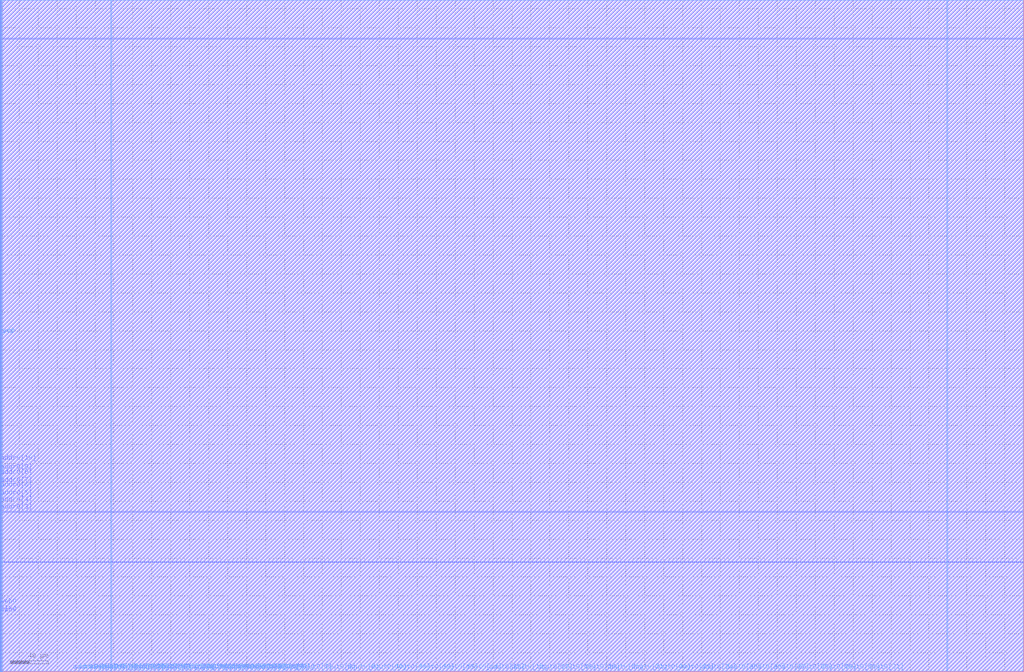
<source format=lef>
VERSION 5.4 ;
NAMESCASESENSITIVE ON ;
BUSBITCHARS "[]" ;
DIVIDERCHAR "/" ;
UNITS
  DATABASE MICRONS 2000 ;
END UNITS
MACRO sky130_sram_8kbyte_1rw1r_32x2048_8
   CLASS BLOCK ;
   SIZE 1080.22 BY 709.62 ;
   SYMMETRY X Y R90 ;
   PIN din0[0]
      DIRECTION INPUT ;
      PORT
         LAYER met4 ;
         RECT  116.96 0.0 117.34 0.38 ;
      END
   END din0[0]
   PIN din0[1]
      DIRECTION INPUT ;
      PORT
         LAYER met4 ;
         RECT  123.76 0.0 124.14 0.38 ;
      END
   END din0[1]
   PIN din0[2]
      DIRECTION INPUT ;
      PORT
         LAYER met4 ;
         RECT  129.2 0.0 129.58 0.38 ;
      END
   END din0[2]
   PIN din0[3]
      DIRECTION INPUT ;
      PORT
         LAYER met4 ;
         RECT  135.32 0.0 135.7 0.38 ;
      END
   END din0[3]
   PIN din0[4]
      DIRECTION INPUT ;
      PORT
         LAYER met4 ;
         RECT  140.08 0.0 140.46 0.38 ;
      END
   END din0[4]
   PIN din0[5]
      DIRECTION INPUT ;
      PORT
         LAYER met4 ;
         RECT  146.88 0.0 147.26 0.38 ;
      END
   END din0[5]
   PIN din0[6]
      DIRECTION INPUT ;
      PORT
         LAYER met4 ;
         RECT  152.32 0.0 152.7 0.38 ;
      END
   END din0[6]
   PIN din0[7]
      DIRECTION INPUT ;
      PORT
         LAYER met4 ;
         RECT  157.76 0.0 158.14 0.38 ;
      END
   END din0[7]
   PIN din0[8]
      DIRECTION INPUT ;
      PORT
         LAYER met4 ;
         RECT  163.88 0.0 164.26 0.38 ;
      END
   END din0[8]
   PIN din0[9]
      DIRECTION INPUT ;
      PORT
         LAYER met4 ;
         RECT  169.32 0.0 169.7 0.38 ;
      END
   END din0[9]
   PIN din0[10]
      DIRECTION INPUT ;
      PORT
         LAYER met4 ;
         RECT  176.12 0.0 176.5 0.38 ;
      END
   END din0[10]
   PIN din0[11]
      DIRECTION INPUT ;
      PORT
         LAYER met4 ;
         RECT  181.56 0.0 181.94 0.38 ;
      END
   END din0[11]
   PIN din0[12]
      DIRECTION INPUT ;
      PORT
         LAYER met4 ;
         RECT  187.0 0.0 187.38 0.38 ;
      END
   END din0[12]
   PIN din0[13]
      DIRECTION INPUT ;
      PORT
         LAYER met4 ;
         RECT  193.12 0.0 193.5 0.38 ;
      END
   END din0[13]
   PIN din0[14]
      DIRECTION INPUT ;
      PORT
         LAYER met4 ;
         RECT  198.56 0.0 198.94 0.38 ;
      END
   END din0[14]
   PIN din0[15]
      DIRECTION INPUT ;
      PORT
         LAYER met4 ;
         RECT  205.36 0.0 205.74 0.38 ;
      END
   END din0[15]
   PIN din0[16]
      DIRECTION INPUT ;
      PORT
         LAYER met4 ;
         RECT  210.8 0.0 211.18 0.38 ;
      END
   END din0[16]
   PIN din0[17]
      DIRECTION INPUT ;
      PORT
         LAYER met4 ;
         RECT  216.92 0.0 217.3 0.38 ;
      END
   END din0[17]
   PIN din0[18]
      DIRECTION INPUT ;
      PORT
         LAYER met4 ;
         RECT  223.04 0.0 223.42 0.38 ;
      END
   END din0[18]
   PIN din0[19]
      DIRECTION INPUT ;
      PORT
         LAYER met4 ;
         RECT  228.48 0.0 228.86 0.38 ;
      END
   END din0[19]
   PIN din0[20]
      DIRECTION INPUT ;
      PORT
         LAYER met4 ;
         RECT  233.92 0.0 234.3 0.38 ;
      END
   END din0[20]
   PIN din0[21]
      DIRECTION INPUT ;
      PORT
         LAYER met4 ;
         RECT  239.36 0.0 239.74 0.38 ;
      END
   END din0[21]
   PIN din0[22]
      DIRECTION INPUT ;
      PORT
         LAYER met4 ;
         RECT  245.48 0.0 245.86 0.38 ;
      END
   END din0[22]
   PIN din0[23]
      DIRECTION INPUT ;
      PORT
         LAYER met4 ;
         RECT  251.6 0.0 251.98 0.38 ;
      END
   END din0[23]
   PIN din0[24]
      DIRECTION INPUT ;
      PORT
         LAYER met4 ;
         RECT  257.72 0.0 258.1 0.38 ;
      END
   END din0[24]
   PIN din0[25]
      DIRECTION INPUT ;
      PORT
         LAYER met4 ;
         RECT  263.16 0.0 263.54 0.38 ;
      END
   END din0[25]
   PIN din0[26]
      DIRECTION INPUT ;
      PORT
         LAYER met4 ;
         RECT  268.6 0.0 268.98 0.38 ;
      END
   END din0[26]
   PIN din0[27]
      DIRECTION INPUT ;
      PORT
         LAYER met4 ;
         RECT  274.72 0.0 275.1 0.38 ;
      END
   END din0[27]
   PIN din0[28]
      DIRECTION INPUT ;
      PORT
         LAYER met4 ;
         RECT  280.84 0.0 281.22 0.38 ;
      END
   END din0[28]
   PIN din0[29]
      DIRECTION INPUT ;
      PORT
         LAYER met4 ;
         RECT  286.96 0.0 287.34 0.38 ;
      END
   END din0[29]
   PIN din0[30]
      DIRECTION INPUT ;
      PORT
         LAYER met4 ;
         RECT  293.08 0.0 293.46 0.38 ;
      END
   END din0[30]
   PIN din0[31]
      DIRECTION INPUT ;
      PORT
         LAYER met4 ;
         RECT  297.84 0.0 298.22 0.38 ;
      END
   END din0[31]
   PIN addr0[0]
      DIRECTION INPUT ;
      PORT
         LAYER met4 ;
         RECT  76.16 0.0 76.54 0.38 ;
      END
   END addr0[0]
   PIN addr0[1]
      DIRECTION INPUT ;
      PORT
         LAYER met4 ;
         RECT  82.28 0.0 82.66 0.38 ;
      END
   END addr0[1]
   PIN addr0[2]
      DIRECTION INPUT ;
      PORT
         LAYER met4 ;
         RECT  87.72 0.0 88.1 0.38 ;
      END
   END addr0[2]
   PIN addr0[3]
      DIRECTION INPUT ;
      PORT
         LAYER met3 ;
         RECT  0.0 168.64 0.38 169.02 ;
      END
   END addr0[3]
   PIN addr0[4]
      DIRECTION INPUT ;
      PORT
         LAYER met3 ;
         RECT  0.0 176.8 0.38 177.18 ;
      END
   END addr0[4]
   PIN addr0[5]
      DIRECTION INPUT ;
      PORT
         LAYER met3 ;
         RECT  0.0 183.6 0.38 183.98 ;
      END
   END addr0[5]
   PIN addr0[6]
      DIRECTION INPUT ;
      PORT
         LAYER met3 ;
         RECT  0.0 191.76 0.38 192.14 ;
      END
   END addr0[6]
   PIN addr0[7]
      DIRECTION INPUT ;
      PORT
         LAYER met3 ;
         RECT  0.0 197.2 0.38 197.58 ;
      END
   END addr0[7]
   PIN addr0[8]
      DIRECTION INPUT ;
      PORT
         LAYER met3 ;
         RECT  0.0 205.36 0.38 205.74 ;
      END
   END addr0[8]
   PIN addr0[9]
      DIRECTION INPUT ;
      PORT
         LAYER met3 ;
         RECT  0.0 210.8 0.38 211.18 ;
      END
   END addr0[9]
   PIN addr0[10]
      DIRECTION INPUT ;
      PORT
         LAYER met3 ;
         RECT  0.0 220.32 0.38 220.7 ;
      END
   END addr0[10]
   PIN addr1[0]
      DIRECTION INPUT ;
      PORT
         LAYER met4 ;
         RECT  998.92 709.24 999.3 709.62 ;
      END
   END addr1[0]
   PIN addr1[1]
      DIRECTION INPUT ;
      PORT
         LAYER met4 ;
         RECT  993.48 709.24 993.86 709.62 ;
      END
   END addr1[1]
   PIN addr1[2]
      DIRECTION INPUT ;
      PORT
         LAYER met4 ;
         RECT  986.68 709.24 987.06 709.62 ;
      END
   END addr1[2]
   PIN addr1[3]
      DIRECTION INPUT ;
      PORT
         LAYER met3 ;
         RECT  1079.84 115.6 1080.22 115.98 ;
      END
   END addr1[3]
   PIN addr1[4]
      DIRECTION INPUT ;
      PORT
         LAYER met3 ;
         RECT  1079.84 107.44 1080.22 107.82 ;
      END
   END addr1[4]
   PIN addr1[5]
      DIRECTION INPUT ;
      PORT
         LAYER met3 ;
         RECT  1079.84 102.0 1080.22 102.38 ;
      END
   END addr1[5]
   PIN addr1[6]
      DIRECTION INPUT ;
      PORT
         LAYER met3 ;
         RECT  1079.84 92.48 1080.22 92.86 ;
      END
   END addr1[6]
   PIN addr1[7]
      DIRECTION INPUT ;
      PORT
         LAYER met3 ;
         RECT  1079.84 87.04 1080.22 87.42 ;
      END
   END addr1[7]
   PIN addr1[8]
      DIRECTION INPUT ;
      PORT
         LAYER met3 ;
         RECT  1079.84 78.88 1080.22 79.26 ;
      END
   END addr1[8]
   PIN addr1[9]
      DIRECTION INPUT ;
      PORT
         LAYER met3 ;
         RECT  1079.84 72.76 1080.22 73.14 ;
      END
   END addr1[9]
   PIN addr1[10]
      DIRECTION INPUT ;
      PORT
         LAYER met3 ;
         RECT  1079.84 64.6 1080.22 64.98 ;
      END
   END addr1[10]
   PIN csb0
      DIRECTION INPUT ;
      PORT
         LAYER met3 ;
         RECT  0.0 59.84 0.38 60.22 ;
      END
   END csb0
   PIN csb1
      DIRECTION INPUT ;
      PORT
         LAYER met3 ;
         RECT  1079.84 668.44 1080.22 668.82 ;
      END
   END csb1
   PIN web0
      DIRECTION INPUT ;
      PORT
         LAYER met3 ;
         RECT  0.0 68.68 0.38 69.06 ;
      END
   END web0
   PIN clk0
      DIRECTION INPUT ;
      PORT
         LAYER met3 ;
         RECT  0.0 61.2 0.38 61.58 ;
      END
   END clk0
   PIN clk1
      DIRECTION INPUT ;
      PORT
         LAYER met3 ;
         RECT  1079.84 667.08 1080.22 667.46 ;
      END
   END clk1
   PIN wmask0[0]
      DIRECTION INPUT ;
      PORT
         LAYER met4 ;
         RECT  93.84 0.0 94.22 0.38 ;
      END
   END wmask0[0]
   PIN wmask0[1]
      DIRECTION INPUT ;
      PORT
         LAYER met4 ;
         RECT  99.28 0.0 99.66 0.38 ;
      END
   END wmask0[1]
   PIN wmask0[2]
      DIRECTION INPUT ;
      PORT
         LAYER met4 ;
         RECT  105.4 0.0 105.78 0.38 ;
      END
   END wmask0[2]
   PIN wmask0[3]
      DIRECTION INPUT ;
      PORT
         LAYER met4 ;
         RECT  111.52 0.0 111.9 0.38 ;
      END
   END wmask0[3]
   PIN dout0[0]
      DIRECTION OUTPUT ;
      PORT
         LAYER met4 ;
         RECT  138.72 0.0 139.1 0.38 ;
      END
   END dout0[0]
   PIN dout0[1]
      DIRECTION OUTPUT ;
      PORT
         LAYER met4 ;
         RECT  166.6 0.0 166.98 0.38 ;
      END
   END dout0[1]
   PIN dout0[2]
      DIRECTION OUTPUT ;
      PORT
         LAYER met4 ;
         RECT  191.08 0.0 191.46 0.38 ;
      END
   END dout0[2]
   PIN dout0[3]
      DIRECTION OUTPUT ;
      PORT
         LAYER met4 ;
         RECT  214.88 0.0 215.26 0.38 ;
      END
   END dout0[3]
   PIN dout0[4]
      DIRECTION OUTPUT ;
      PORT
         LAYER met4 ;
         RECT  241.4 0.0 241.78 0.38 ;
      END
   END dout0[4]
   PIN dout0[5]
      DIRECTION OUTPUT ;
      PORT
         LAYER met4 ;
         RECT  266.56 0.0 266.94 0.38 ;
      END
   END dout0[5]
   PIN dout0[6]
      DIRECTION OUTPUT ;
      PORT
         LAYER met4 ;
         RECT  290.36 0.0 290.74 0.38 ;
      END
   END dout0[6]
   PIN dout0[7]
      DIRECTION OUTPUT ;
      PORT
         LAYER met4 ;
         RECT  316.2 0.0 316.58 0.38 ;
      END
   END dout0[7]
   PIN dout0[8]
      DIRECTION OUTPUT ;
      PORT
         LAYER met4 ;
         RECT  341.36 0.0 341.74 0.38 ;
      END
   END dout0[8]
   PIN dout0[9]
      DIRECTION OUTPUT ;
      PORT
         LAYER met4 ;
         RECT  365.84 0.0 366.22 0.38 ;
      END
   END dout0[9]
   PIN dout0[10]
      DIRECTION OUTPUT ;
      PORT
         LAYER met4 ;
         RECT  391.0 0.0 391.38 0.38 ;
      END
   END dout0[10]
   PIN dout0[11]
      DIRECTION OUTPUT ;
      PORT
         LAYER met4 ;
         RECT  415.48 0.0 415.86 0.38 ;
      END
   END dout0[11]
   PIN dout0[12]
      DIRECTION OUTPUT ;
      PORT
         LAYER met4 ;
         RECT  440.64 0.0 441.02 0.38 ;
      END
   END dout0[12]
   PIN dout0[13]
      DIRECTION OUTPUT ;
      PORT
         LAYER met4 ;
         RECT  465.8 0.0 466.18 0.38 ;
      END
   END dout0[13]
   PIN dout0[14]
      DIRECTION OUTPUT ;
      PORT
         LAYER met4 ;
         RECT  490.96 0.0 491.34 0.38 ;
      END
   END dout0[14]
   PIN dout0[15]
      DIRECTION OUTPUT ;
      PORT
         LAYER met4 ;
         RECT  515.44 0.0 515.82 0.38 ;
      END
   END dout0[15]
   PIN dout0[16]
      DIRECTION OUTPUT ;
      PORT
         LAYER met4 ;
         RECT  539.24 0.0 539.62 0.38 ;
      END
   END dout0[16]
   PIN dout0[17]
      DIRECTION OUTPUT ;
      PORT
         LAYER met4 ;
         RECT  565.76 0.0 566.14 0.38 ;
      END
   END dout0[17]
   PIN dout0[18]
      DIRECTION OUTPUT ;
      PORT
         LAYER met4 ;
         RECT  590.24 0.0 590.62 0.38 ;
      END
   END dout0[18]
   PIN dout0[19]
      DIRECTION OUTPUT ;
      PORT
         LAYER met4 ;
         RECT  615.4 0.0 615.78 0.38 ;
      END
   END dout0[19]
   PIN dout0[20]
      DIRECTION OUTPUT ;
      PORT
         LAYER met4 ;
         RECT  640.56 0.0 640.94 0.38 ;
      END
   END dout0[20]
   PIN dout0[21]
      DIRECTION OUTPUT ;
      PORT
         LAYER met4 ;
         RECT  665.72 0.0 666.1 0.38 ;
      END
   END dout0[21]
   PIN dout0[22]
      DIRECTION OUTPUT ;
      PORT
         LAYER met4 ;
         RECT  690.2 0.0 690.58 0.38 ;
      END
   END dout0[22]
   PIN dout0[23]
      DIRECTION OUTPUT ;
      PORT
         LAYER met4 ;
         RECT  715.36 0.0 715.74 0.38 ;
      END
   END dout0[23]
   PIN dout0[24]
      DIRECTION OUTPUT ;
      PORT
         LAYER met4 ;
         RECT  739.16 0.0 739.54 0.38 ;
      END
   END dout0[24]
   PIN dout0[25]
      DIRECTION OUTPUT ;
      PORT
         LAYER met4 ;
         RECT  765.0 0.0 765.38 0.38 ;
      END
   END dout0[25]
   PIN dout0[26]
      DIRECTION OUTPUT ;
      PORT
         LAYER met4 ;
         RECT  790.16 0.0 790.54 0.38 ;
      END
   END dout0[26]
   PIN dout0[27]
      DIRECTION OUTPUT ;
      PORT
         LAYER met4 ;
         RECT  815.32 0.0 815.7 0.38 ;
      END
   END dout0[27]
   PIN dout0[28]
      DIRECTION OUTPUT ;
      PORT
         LAYER met4 ;
         RECT  839.8 0.0 840.18 0.38 ;
      END
   END dout0[28]
   PIN dout0[29]
      DIRECTION OUTPUT ;
      PORT
         LAYER met4 ;
         RECT  864.96 0.0 865.34 0.38 ;
      END
   END dout0[29]
   PIN dout0[30]
      DIRECTION OUTPUT ;
      PORT
         LAYER met4 ;
         RECT  890.12 0.0 890.5 0.38 ;
      END
   END dout0[30]
   PIN dout0[31]
      DIRECTION OUTPUT ;
      PORT
         LAYER met4 ;
         RECT  915.28 0.0 915.66 0.38 ;
      END
   END dout0[31]
   PIN dout1[0]
      DIRECTION OUTPUT ;
      PORT
         LAYER met4 ;
         RECT  141.44 709.24 141.82 709.62 ;
      END
   END dout1[0]
   PIN dout1[1]
      DIRECTION OUTPUT ;
      PORT
         LAYER met4 ;
         RECT  165.92 709.24 166.3 709.62 ;
      END
   END dout1[1]
   PIN dout1[2]
      DIRECTION OUTPUT ;
      PORT
         LAYER met4 ;
         RECT  191.08 709.24 191.46 709.62 ;
      END
   END dout1[2]
   PIN dout1[3]
      DIRECTION OUTPUT ;
      PORT
         LAYER met4 ;
         RECT  216.24 709.24 216.62 709.62 ;
      END
   END dout1[3]
   PIN dout1[4]
      DIRECTION OUTPUT ;
      PORT
         LAYER met4 ;
         RECT  241.4 709.24 241.78 709.62 ;
      END
   END dout1[4]
   PIN dout1[5]
      DIRECTION OUTPUT ;
      PORT
         LAYER met4 ;
         RECT  266.56 709.24 266.94 709.62 ;
      END
   END dout1[5]
   PIN dout1[6]
      DIRECTION OUTPUT ;
      PORT
         LAYER met4 ;
         RECT  291.04 709.24 291.42 709.62 ;
      END
   END dout1[6]
   PIN dout1[7]
      DIRECTION OUTPUT ;
      PORT
         LAYER met4 ;
         RECT  316.2 709.24 316.58 709.62 ;
      END
   END dout1[7]
   PIN dout1[8]
      DIRECTION OUTPUT ;
      PORT
         LAYER met4 ;
         RECT  341.36 709.24 341.74 709.62 ;
      END
   END dout1[8]
   PIN dout1[9]
      DIRECTION OUTPUT ;
      PORT
         LAYER met4 ;
         RECT  366.52 709.24 366.9 709.62 ;
      END
   END dout1[9]
   PIN dout1[10]
      DIRECTION OUTPUT ;
      PORT
         LAYER met4 ;
         RECT  391.68 709.24 392.06 709.62 ;
      END
   END dout1[10]
   PIN dout1[11]
      DIRECTION OUTPUT ;
      PORT
         LAYER met4 ;
         RECT  415.48 709.24 415.86 709.62 ;
      END
   END dout1[11]
   PIN dout1[12]
      DIRECTION OUTPUT ;
      PORT
         LAYER met4 ;
         RECT  440.64 709.24 441.02 709.62 ;
      END
   END dout1[12]
   PIN dout1[13]
      DIRECTION OUTPUT ;
      PORT
         LAYER met4 ;
         RECT  466.48 709.24 466.86 709.62 ;
      END
   END dout1[13]
   PIN dout1[14]
      DIRECTION OUTPUT ;
      PORT
         LAYER met4 ;
         RECT  490.96 709.24 491.34 709.62 ;
      END
   END dout1[14]
   PIN dout1[15]
      DIRECTION OUTPUT ;
      PORT
         LAYER met4 ;
         RECT  515.44 709.24 515.82 709.62 ;
      END
   END dout1[15]
   PIN dout1[16]
      DIRECTION OUTPUT ;
      PORT
         LAYER met4 ;
         RECT  540.6 709.24 540.98 709.62 ;
      END
   END dout1[16]
   PIN dout1[17]
      DIRECTION OUTPUT ;
      PORT
         LAYER met4 ;
         RECT  565.76 709.24 566.14 709.62 ;
      END
   END dout1[17]
   PIN dout1[18]
      DIRECTION OUTPUT ;
      PORT
         LAYER met4 ;
         RECT  590.24 709.24 590.62 709.62 ;
      END
   END dout1[18]
   PIN dout1[19]
      DIRECTION OUTPUT ;
      PORT
         LAYER met4 ;
         RECT  615.4 709.24 615.78 709.62 ;
      END
   END dout1[19]
   PIN dout1[20]
      DIRECTION OUTPUT ;
      PORT
         LAYER met4 ;
         RECT  640.56 709.24 640.94 709.62 ;
      END
   END dout1[20]
   PIN dout1[21]
      DIRECTION OUTPUT ;
      PORT
         LAYER met4 ;
         RECT  665.72 709.24 666.1 709.62 ;
      END
   END dout1[21]
   PIN dout1[22]
      DIRECTION OUTPUT ;
      PORT
         LAYER met4 ;
         RECT  690.88 709.24 691.26 709.62 ;
      END
   END dout1[22]
   PIN dout1[23]
      DIRECTION OUTPUT ;
      PORT
         LAYER met4 ;
         RECT  715.36 709.24 715.74 709.62 ;
      END
   END dout1[23]
   PIN dout1[24]
      DIRECTION OUTPUT ;
      PORT
         LAYER met4 ;
         RECT  740.52 709.24 740.9 709.62 ;
      END
   END dout1[24]
   PIN dout1[25]
      DIRECTION OUTPUT ;
      PORT
         LAYER met4 ;
         RECT  765.68 709.24 766.06 709.62 ;
      END
   END dout1[25]
   PIN dout1[26]
      DIRECTION OUTPUT ;
      PORT
         LAYER met4 ;
         RECT  790.84 709.24 791.22 709.62 ;
      END
   END dout1[26]
   PIN dout1[27]
      DIRECTION OUTPUT ;
      PORT
         LAYER met4 ;
         RECT  816.0 709.24 816.38 709.62 ;
      END
   END dout1[27]
   PIN dout1[28]
      DIRECTION OUTPUT ;
      PORT
         LAYER met4 ;
         RECT  839.8 709.24 840.18 709.62 ;
      END
   END dout1[28]
   PIN dout1[29]
      DIRECTION OUTPUT ;
      PORT
         LAYER met4 ;
         RECT  864.96 709.24 865.34 709.62 ;
      END
   END dout1[29]
   PIN dout1[30]
      DIRECTION OUTPUT ;
      PORT
         LAYER met4 ;
         RECT  890.8 709.24 891.18 709.62 ;
      END
   END dout1[30]
   PIN dout1[31]
      DIRECTION OUTPUT ;
      PORT
         LAYER met4 ;
         RECT  915.28 709.24 915.66 709.62 ;
      END
   END dout1[31]
   PIN vdd
      DIRECTION INOUT ;
      USE POWER ; 
      SHAPE ABUTMENT ; 
      PORT
         LAYER met4 ;
         RECT  1.36 0.0 2.42 708.94 ;
      END
   END vdd
   PIN gnd
      DIRECTION INOUT ;
      USE GROUND ; 
      SHAPE ABUTMENT ; 
      PORT
         LAYER met4 ;
         RECT  0.0 0.0 1.06 708.94 ;
      END
   END gnd
   OBS
   LAYER  met1 ;
      RECT  0.62 0.62 1079.6 709.0 ;
   LAYER  met2 ;
      RECT  0.62 0.62 1079.6 709.0 ;
   LAYER  met3 ;
      RECT  0.68 168.34 1079.6 169.32 ;
      RECT  0.62 169.32 0.68 176.5 ;
      RECT  0.62 177.48 0.68 183.3 ;
      RECT  0.62 184.28 0.68 191.46 ;
      RECT  0.62 192.44 0.68 196.9 ;
      RECT  0.62 197.88 0.68 205.06 ;
      RECT  0.62 206.04 0.68 210.5 ;
      RECT  0.62 211.48 0.68 220.02 ;
      RECT  0.62 221.0 0.68 709.0 ;
      RECT  0.68 0.62 1079.54 115.3 ;
      RECT  0.68 115.3 1079.54 116.28 ;
      RECT  0.68 116.28 1079.54 168.34 ;
      RECT  1079.54 116.28 1079.6 168.34 ;
      RECT  1079.54 108.12 1079.6 115.3 ;
      RECT  1079.54 102.68 1079.6 107.14 ;
      RECT  1079.54 93.16 1079.6 101.7 ;
      RECT  1079.54 87.72 1079.6 92.18 ;
      RECT  1079.54 79.56 1079.6 86.74 ;
      RECT  1079.54 73.44 1079.6 78.58 ;
      RECT  1079.54 0.62 1079.6 64.3 ;
      RECT  1079.54 65.28 1079.6 72.46 ;
      RECT  0.62 0.62 0.68 59.54 ;
      RECT  0.68 169.32 1079.54 668.14 ;
      RECT  0.68 668.14 1079.54 669.12 ;
      RECT  0.68 669.12 1079.54 709.0 ;
      RECT  1079.54 669.12 1079.6 709.0 ;
      RECT  0.62 69.36 0.68 168.34 ;
      RECT  0.62 60.52 0.68 60.9 ;
      RECT  0.62 61.88 0.68 68.38 ;
      RECT  1079.54 169.32 1079.6 666.78 ;
      RECT  1079.54 667.76 1079.6 668.14 ;
   LAYER  met4 ;
      RECT  116.66 0.68 117.64 709.0 ;
      RECT  117.64 0.62 123.46 0.68 ;
      RECT  124.44 0.62 128.9 0.68 ;
      RECT  129.88 0.62 135.02 0.68 ;
      RECT  140.76 0.62 146.58 0.68 ;
      RECT  147.56 0.62 152.02 0.68 ;
      RECT  153.0 0.62 157.46 0.68 ;
      RECT  158.44 0.62 163.58 0.68 ;
      RECT  170.0 0.62 175.82 0.68 ;
      RECT  176.8 0.62 181.26 0.68 ;
      RECT  182.24 0.62 186.7 0.68 ;
      RECT  193.8 0.62 198.26 0.68 ;
      RECT  199.24 0.62 205.06 0.68 ;
      RECT  206.04 0.62 210.5 0.68 ;
      RECT  217.6 0.62 222.74 0.68 ;
      RECT  223.72 0.62 228.18 0.68 ;
      RECT  229.16 0.62 233.62 0.68 ;
      RECT  234.6 0.62 239.06 0.68 ;
      RECT  246.16 0.62 251.3 0.68 ;
      RECT  252.28 0.62 257.42 0.68 ;
      RECT  258.4 0.62 262.86 0.68 ;
      RECT  269.28 0.62 274.42 0.68 ;
      RECT  275.4 0.62 280.54 0.68 ;
      RECT  281.52 0.62 286.66 0.68 ;
      RECT  293.76 0.62 297.54 0.68 ;
      RECT  76.84 0.62 81.98 0.68 ;
      RECT  82.96 0.62 87.42 0.68 ;
      RECT  117.64 0.68 998.62 708.94 ;
      RECT  998.62 0.68 999.6 708.94 ;
      RECT  999.6 0.68 1079.6 708.94 ;
      RECT  999.6 708.94 1079.6 709.0 ;
      RECT  994.16 708.94 998.62 709.0 ;
      RECT  987.36 708.94 993.18 709.0 ;
      RECT  88.4 0.62 93.54 0.68 ;
      RECT  94.52 0.62 98.98 0.68 ;
      RECT  99.96 0.62 105.1 0.68 ;
      RECT  106.08 0.62 111.22 0.68 ;
      RECT  112.2 0.62 116.66 0.68 ;
      RECT  136.0 0.62 138.42 0.68 ;
      RECT  139.4 0.62 139.78 0.68 ;
      RECT  164.56 0.62 166.3 0.68 ;
      RECT  167.28 0.62 169.02 0.68 ;
      RECT  187.68 0.62 190.78 0.68 ;
      RECT  191.76 0.62 192.82 0.68 ;
      RECT  211.48 0.62 214.58 0.68 ;
      RECT  215.56 0.62 216.62 0.68 ;
      RECT  240.04 0.62 241.1 0.68 ;
      RECT  242.08 0.62 245.18 0.68 ;
      RECT  263.84 0.62 266.26 0.68 ;
      RECT  267.24 0.62 268.3 0.68 ;
      RECT  287.64 0.62 290.06 0.68 ;
      RECT  291.04 0.62 292.78 0.68 ;
      RECT  298.52 0.62 315.9 0.68 ;
      RECT  316.88 0.62 341.06 0.68 ;
      RECT  342.04 0.62 365.54 0.68 ;
      RECT  366.52 0.62 390.7 0.68 ;
      RECT  391.68 0.62 415.18 0.68 ;
      RECT  416.16 0.62 440.34 0.68 ;
      RECT  441.32 0.62 465.5 0.68 ;
      RECT  466.48 0.62 490.66 0.68 ;
      RECT  491.64 0.62 515.14 0.68 ;
      RECT  516.12 0.62 538.94 0.68 ;
      RECT  539.92 0.62 565.46 0.68 ;
      RECT  566.44 0.62 589.94 0.68 ;
      RECT  590.92 0.62 615.1 0.68 ;
      RECT  616.08 0.62 640.26 0.68 ;
      RECT  641.24 0.62 665.42 0.68 ;
      RECT  666.4 0.62 689.9 0.68 ;
      RECT  690.88 0.62 715.06 0.68 ;
      RECT  716.04 0.62 738.86 0.68 ;
      RECT  739.84 0.62 764.7 0.68 ;
      RECT  765.68 0.62 789.86 0.68 ;
      RECT  790.84 0.62 815.02 0.68 ;
      RECT  816.0 0.62 839.5 0.68 ;
      RECT  840.48 0.62 864.66 0.68 ;
      RECT  865.64 0.62 889.82 0.68 ;
      RECT  890.8 0.62 914.98 0.68 ;
      RECT  915.96 0.62 1079.6 0.68 ;
      RECT  117.64 708.94 141.14 709.0 ;
      RECT  142.12 708.94 165.62 709.0 ;
      RECT  166.6 708.94 190.78 709.0 ;
      RECT  191.76 708.94 215.94 709.0 ;
      RECT  216.92 708.94 241.1 709.0 ;
      RECT  242.08 708.94 266.26 709.0 ;
      RECT  267.24 708.94 290.74 709.0 ;
      RECT  291.72 708.94 315.9 709.0 ;
      RECT  316.88 708.94 341.06 709.0 ;
      RECT  342.04 708.94 366.22 709.0 ;
      RECT  367.2 708.94 391.38 709.0 ;
      RECT  392.36 708.94 415.18 709.0 ;
      RECT  416.16 708.94 440.34 709.0 ;
      RECT  441.32 708.94 466.18 709.0 ;
      RECT  467.16 708.94 490.66 709.0 ;
      RECT  491.64 708.94 515.14 709.0 ;
      RECT  516.12 708.94 540.3 709.0 ;
      RECT  541.28 708.94 565.46 709.0 ;
      RECT  566.44 708.94 589.94 709.0 ;
      RECT  590.92 708.94 615.1 709.0 ;
      RECT  616.08 708.94 640.26 709.0 ;
      RECT  641.24 708.94 665.42 709.0 ;
      RECT  666.4 708.94 690.58 709.0 ;
      RECT  691.56 708.94 715.06 709.0 ;
      RECT  716.04 708.94 740.22 709.0 ;
      RECT  741.2 708.94 765.38 709.0 ;
      RECT  766.36 708.94 790.54 709.0 ;
      RECT  791.52 708.94 815.7 709.0 ;
      RECT  816.68 708.94 839.5 709.0 ;
      RECT  840.48 708.94 864.66 709.0 ;
      RECT  865.64 708.94 890.5 709.0 ;
      RECT  891.48 708.94 914.98 709.0 ;
      RECT  915.96 708.94 986.38 709.0 ;
      RECT  2.72 0.68 116.66 709.0 ;
      RECT  2.72 0.62 75.86 0.68 ;
   END
END    sky130_sram_8kbyte_1rw1r_32x2048_8
END    LIBRARY

</source>
